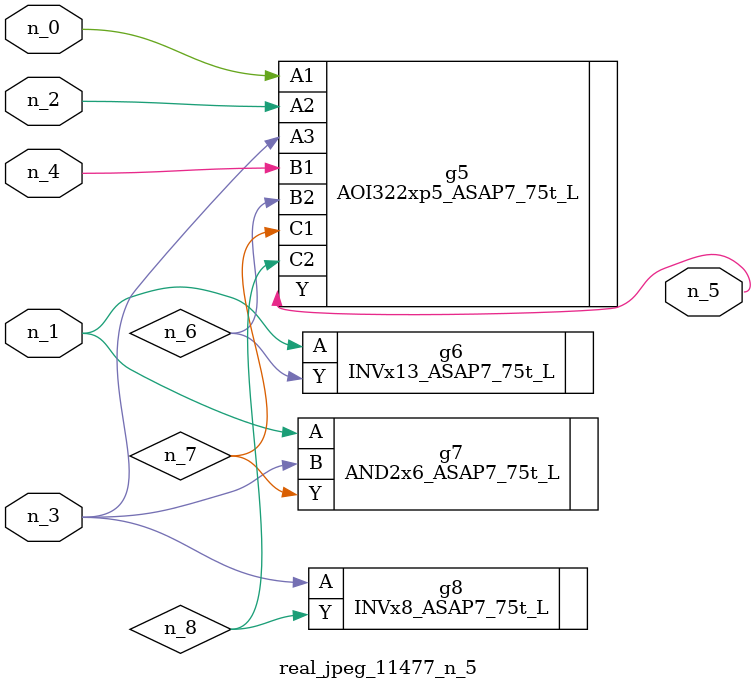
<source format=v>
module real_jpeg_11477_n_5 (n_4, n_0, n_1, n_2, n_3, n_5);

input n_4;
input n_0;
input n_1;
input n_2;
input n_3;

output n_5;

wire n_8;
wire n_6;
wire n_7;

AOI322xp5_ASAP7_75t_L g5 ( 
.A1(n_0),
.A2(n_2),
.A3(n_3),
.B1(n_4),
.B2(n_6),
.C1(n_7),
.C2(n_8),
.Y(n_5)
);

INVx13_ASAP7_75t_L g6 ( 
.A(n_1),
.Y(n_6)
);

AND2x6_ASAP7_75t_L g7 ( 
.A(n_1),
.B(n_3),
.Y(n_7)
);

INVx8_ASAP7_75t_L g8 ( 
.A(n_3),
.Y(n_8)
);


endmodule
</source>
